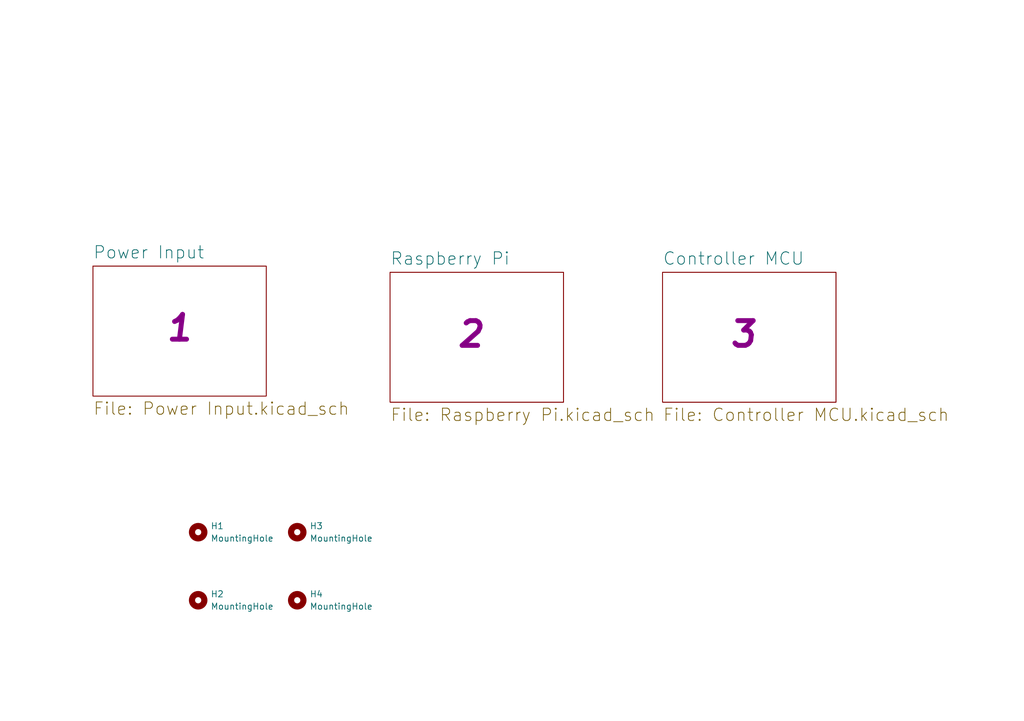
<source format=kicad_sch>
(kicad_sch (version 20211123) (generator eeschema)
  (paper "A5")
  (lib_symbols
    (symbol "Mechanical:MountingHole" (pin_names (offset 1.016))
      (property "Reference" "H" (at 0 5.08 0))
      (property "Value" "MountingHole" (at 0 3.175 0))
      (symbol "MountingHole_0_1"
        (circle (center 0 0) (radius 1.27) (stroke (width 1.27)))
      )
    )
  )
  (symbol (lib_id "Mechanical:MountingHole") (at 60.96 109.22 0) (unit 1)
    (property "Reference" "H3" (at 63.5 107.9499 0) (effects (justify left)))
    (property "Value" "MountingHole" (at 63.5 110.4899 0) (effects (justify left)))
    (property "Footprint" "Zumo_Padded_Holes:Zumo_Padded_Holes" (effects hide))
  )
  (symbol (lib_id "Mechanical:MountingHole") (at 40.64 109.22 0) (unit 1)
    (property "Reference" "H1" (at 43.18 107.9499 0) (effects (justify left)))
    (property "Value" "MountingHole" (at 43.18 110.4899 0) (effects (justify left)))
    (property "Footprint" "Zumo_Padded_Holes:Zumo_Padded_Holes" (effects hide))
  )
  (symbol (lib_id "Mechanical:MountingHole") (at 40.64 123.19 0) (unit 1)
    (property "Reference" "H2" (at 43.18 121.9199 0) (effects (justify left)))
    (property "Value" "MountingHole" (at 43.18 124.4599 0) (effects (justify left)))
    (property "Footprint" "Zumo_Padded_Holes:Zumo_Padded_Holes" (effects hide))
  )
  (symbol (lib_id "Mechanical:MountingHole") (at 60.96 123.19 0) (unit 1)
    (property "Reference" "H4" (at 63.5 121.9199 0) (effects (justify left)))
    (property "Value" "MountingHole" (at 63.5 124.4599 0) (effects (justify left)))
    (property "Footprint" "Zumo_Padded_Holes:Zumo_Padded_Holes" (effects hide))
  )
  (sheet (at 19.05 54.61) (size 35.56 26.67) (stroke (width 0.1524))
    (property "Sheet name" "Power Input" (at 19.05 53.2634 0) (effects (font (size 2.54 2.54)) (justify left bottom)))
    (property "Sheet file" "Power Input.kicad_sch" (at 19.05 82.3726 0) (effects (font (size 2.54 2.54)) (justify left top)))
    (property "Sheet Number" "1" (at 36.83 67.31 0) (effects (font (size 5.08 5.08) bold italic)))
  )
  (sheet (at 80.01 55.88) (size 35.56 26.67) (stroke (width 0.1524))
    (property "Sheet name" "Raspberry Pi" (at 80.01 54.5334 0) (effects (font (size 2.54 2.54)) (justify left bottom)))
    (property "Sheet file" "Raspberry Pi.kicad_sch" (at 80.01 83.6426 0) (effects (font (size 2.54 2.54)) (justify left top)))
    (property "Sheet Number" "2" (at 96.52 68.58 0) (effects (font (size 5.08 5.08) bold italic)))
  )
  (sheet (at 135.89 55.88) (size 35.56 26.67) (stroke (width 0.1524))
    (property "Sheet name" "Controller MCU" (at 135.89 54.5334 0) (effects (font (size 2.54 2.54)) (justify left bottom)))
    (property "Sheet file" "Controller MCU.kicad_sch" (at 135.89 83.6426 0) (effects (font (size 2.54 2.54)) (justify left top)))
    (property "Sheet Number" "3" (at 152.4 68.58 0) (effects (font (size 5.08 5.08) bold italic)))
  )
)
</source>
